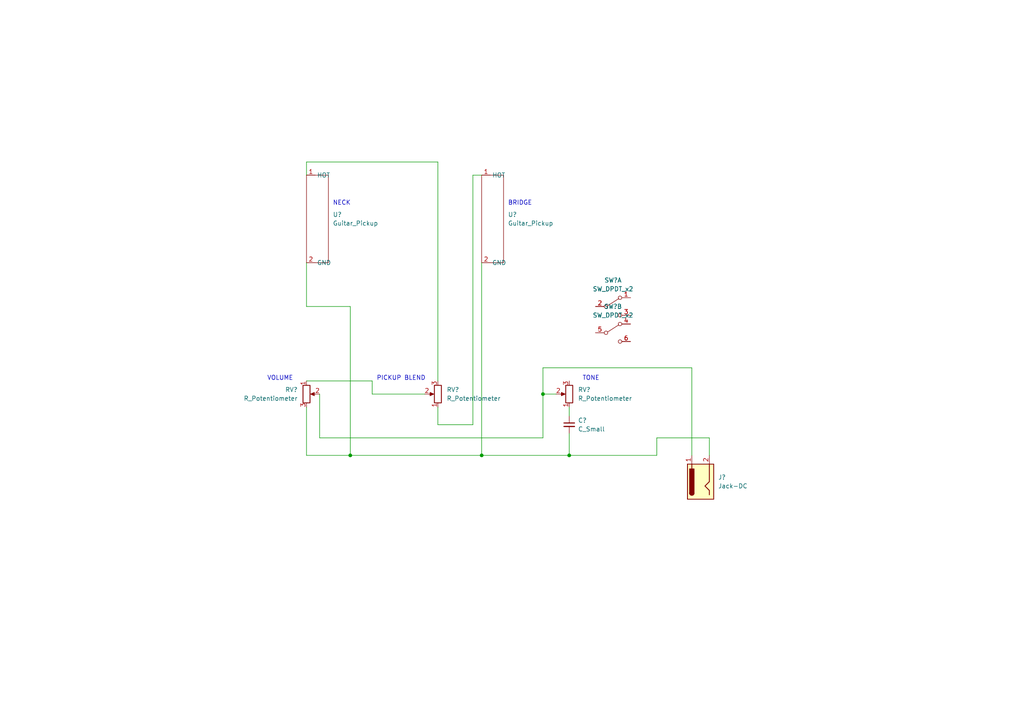
<source format=kicad_sch>
(kicad_sch (version 20211123) (generator eeschema)
  (paper "A4")
  (lib_symbols
    (symbol "Connector:Jack-DC" (pin_names (offset 1.016))
      (property "Reference" "J" (at 0 5.334 0))
      (property "Value" "Jack-DC" (at 0 -5.08 0))
      (symbol "Jack-DC_0_1"
        (rectangle (start -5.08 3.81) (end 5.08 -3.81) (stroke (width 0.254)) (fill (type background)))
        (arc (start -3.302 3.175) (mid -3.937 2.54) (end -3.302 1.905) (stroke (width 0.254)))
        (arc (start -3.302 3.175) (mid -3.937 2.54) (end -3.302 1.905) (stroke (width 0.254)) (fill (type outline)))
        (polyline (pts (xy 5.08 2.54) (xy 3.81 2.54)) (stroke (width 0.254)))
        (polyline (pts (xy -3.81 -2.54) (xy -2.54 -2.54) (xy -1.27 -1.27) (xy 0 -2.54) (xy 2.54 -2.54) (xy 5.08 -2.54)) (stroke (width 0.254)))
        (rectangle (start 3.683 3.175) (end -3.302 1.905) (stroke (width 0.254)) (fill (type outline)))
      )
      (symbol "Jack-DC_1_1"
        (pin passive line (at 7.62 2.54 180) (length 2.54) (name "~") (number "1"))
        (pin passive line (at 7.62 -2.54 180) (length 2.54) (name "~") (number "2"))
      )
    )
    (symbol "Device:C_Small" (pin_numbers hide) (pin_names (offset 0.254) hide)
      (property "Reference" "C" (at 0.254 1.778 0))
      (property "Value" "C_Small" (at 0.254 -2.032 0))
      (symbol "C_Small_0_1"
        (polyline (pts (xy -1.524 -0.508) (xy 1.524 -0.508)) (stroke (width 0.3302)))
        (polyline (pts (xy -1.524 0.508) (xy 1.524 0.508)) (stroke (width 0.3048)))
      )
      (symbol "C_Small_1_1"
        (pin passive line (at 0 2.54 270) (length 2.032) (name "~") (number "1"))
        (pin passive line (at 0 -2.54 90) (length 2.032) (name "~") (number "2"))
      )
    )
    (symbol "Device:R_Potentiometer" (pin_names (offset 1.016) hide)
      (property "Reference" "RV" (at -4.445 0 90))
      (property "Value" "R_Potentiometer" (at -2.54 0 90))
      (symbol "R_Potentiometer_0_1"
        (polyline (pts (xy 2.54 0) (xy 1.524 0)))
        (polyline (pts (xy 1.143 0) (xy 2.286 0.508) (xy 2.286 -0.508) (xy 1.143 0)) (fill (type outline)))
        (rectangle (start 1.016 2.54) (end -1.016 -2.54) (stroke (width 0.254)))
      )
      (symbol "R_Potentiometer_1_1"
        (pin passive line (at 0 3.81 270) (length 1.27) (name "1") (number "1"))
        (pin passive line (at 3.81 0 180) (length 1.27) (name "2") (number "2"))
        (pin passive line (at 0 -3.81 90) (length 1.27) (name "3") (number "3"))
      )
    )
    (symbol "Orion_Symbols:Guitar_Pickup"
      (property "Reference" "U" (at 0 0 0))
      (property "Value" "Guitar_Pickup" (at 0 0 0))
      (symbol "Guitar_Pickup_0_1"
        (rectangle (start 0 12.7) (end 6.35 -12.7))
      )
      (symbol "Guitar_Pickup_1_1"
        (pin passive line (at 0 12.7 0) (length 2.54) (name "HOT") (number "1"))
        (pin passive line (at 0 -12.7 0) (length 2.54) (name "GND") (number "2"))
      )
    )
    (symbol "Switch:SW_DPDT_x2" (pin_names (offset 0) hide)
      (property "Reference" "SW" (at 0 4.318 0))
      (property "Value" "SW_DPDT_x2" (at 0 -5.08 0))
      (symbol "SW_DPDT_x2_0_0"
        (circle (center -2.032 0) (radius 0.508))
        (circle (center 2.032 -2.54) (radius 0.508))
      )
      (symbol "SW_DPDT_x2_0_1"
        (polyline (pts (xy -1.524 0.254) (xy 1.651 2.286)))
        (circle (center 2.032 2.54) (radius 0.508))
      )
      (symbol "SW_DPDT_x2_1_1"
        (pin passive line (at 5.08 2.54 180) (length 2.54) (name "A") (number "1"))
        (pin passive line (at -5.08 0 0) (length 2.54) (name "B") (number "2"))
        (pin passive line (at 5.08 -2.54 180) (length 2.54) (name "C") (number "3"))
      )
      (symbol "SW_DPDT_x2_2_1"
        (pin passive line (at 5.08 2.54 180) (length 2.54) (name "A") (number "4"))
        (pin passive line (at -5.08 0 0) (length 2.54) (name "B") (number "5"))
        (pin passive line (at 5.08 -2.54 180) (length 2.54) (name "C") (number "6"))
      )
    )
  )
  (junction (at 165.1 132.08))
  (junction (at 139.7 132.08))
  (junction (at 157.48 114.3))
  (junction (at 101.6 132.08))
  (wire (pts (xy 205.74 127) (xy 205.74 132.08)))
  (wire (pts (xy 92.71 114.3) (xy 92.71 127)))
  (wire (pts (xy 137.16 50.8) (xy 137.16 123.19)))
  (wire (pts (xy 200.66 106.68) (xy 200.66 132.08)))
  (wire (pts (xy 157.48 106.68) (xy 200.66 106.68)))
  (wire (pts (xy 157.48 127) (xy 157.48 114.3)))
  (wire (pts (xy 101.6 88.9) (xy 88.9 88.9)))
  (wire (pts (xy 88.9 50.8) (xy 88.9 46.99)))
  (wire (pts (xy 190.5 132.08) (xy 190.5 127)))
  (wire (pts (xy 127 118.11) (xy 127 123.19)))
  (wire (pts (xy 92.71 127) (xy 157.48 127)))
  (wire (pts (xy 139.7 50.8) (xy 137.16 50.8)))
  (wire (pts (xy 165.1 118.11) (xy 165.1 120.65)))
  (wire (pts (xy 190.5 127) (xy 205.74 127)))
  (wire (pts (xy 88.9 76.2) (xy 88.9 88.9)))
  (wire (pts (xy 165.1 125.73) (xy 165.1 132.08)))
  (wire (pts (xy 107.95 114.3) (xy 107.95 110.49)))
  (wire (pts (xy 88.9 110.49) (xy 107.95 110.49)))
  (wire (pts (xy 139.7 76.2) (xy 139.7 132.08)))
  (wire (pts (xy 139.7 132.08) (xy 101.6 132.08)))
  (wire (pts (xy 123.19 114.3) (xy 107.95 114.3)))
  (wire (pts (xy 127 46.99) (xy 127 110.49)))
  (wire (pts (xy 165.1 132.08) (xy 190.5 132.08)))
  (wire (pts (xy 88.9 46.99) (xy 127 46.99)))
  (wire (pts (xy 157.48 114.3) (xy 157.48 106.68)))
  (wire (pts (xy 139.7 132.08) (xy 165.1 132.08)))
  (wire (pts (xy 157.48 114.3) (xy 161.29 114.3)))
  (wire (pts (xy 101.6 132.08) (xy 101.6 88.9)))
  (wire (pts (xy 88.9 132.08) (xy 101.6 132.08)))
  (wire (pts (xy 88.9 118.11) (xy 88.9 132.08)))
  (wire (pts (xy 137.16 123.19) (xy 127 123.19)))
  (text "TONE" (at 168.91 110.49 0) (effects (font (size 1.27 1.27)) (justify left bottom)))
  (text "BRIDGE\n" (at 147.32 59.69 0) (effects (font (size 1.27 1.27)) (justify left bottom)))
  (text "PICKUP BLEND" (at 109.22 110.49 0) (effects (font (size 1.27 1.27)) (justify left bottom)))
  (text "NECK" (at 96.52 59.69 0) (effects (font (size 1.27 1.27)) (justify left bottom)))
  (text "VOLUME\n" (at 77.47 110.49 0) (effects (font (size 1.27 1.27)) (justify left bottom)))
  (symbol (lib_id "Switch:SW_DPDT_x2") (at 177.8 88.9 0) (unit 1)
    (property "Reference" "SW?" (at 177.8 81.28 0))
    (property "Value" "SW_DPDT_x2" (at 177.8 83.82 0))
  )
  (symbol (lib_id "Connector:Jack-DC") (at 203.2 139.7 90) (unit 1)
    (property "Reference" "J?" (at 208.28 138.4299 90) (effects (justify right)))
    (property "Value" "Jack-DC" (at 208.28 140.9699 90) (effects (justify right)))
  )
  (symbol (lib_id "Orion_Symbols:Guitar_Pickup") (at 139.7 63.5 0) (unit 1)
    (property "Reference" "U?" (at 147.32 62.2299 0) (effects (justify left)))
    (property "Value" "Guitar_Pickup" (at 147.32 64.7699 0) (effects (justify left)))
  )
  (symbol (lib_id "Device:R_Potentiometer") (at 165.1 114.3 180) (unit 1)
    (property "Reference" "RV?" (at 167.64 113.0299 0) (effects (justify right)))
    (property "Value" "R_Potentiometer" (at 167.64 115.5699 0) (effects (justify right)))
  )
  (symbol (lib_id "Orion_Symbols:Guitar_Pickup") (at 88.9 63.5 0) (unit 1)
    (property "Reference" "U?" (at 96.52 62.2299 0) (effects (justify left)))
    (property "Value" "Guitar_Pickup" (at 96.52 64.7699 0) (effects (justify left)))
  )
  (symbol (lib_id "Device:R_Potentiometer") (at 127 114.3 180) (unit 1)
    (property "Reference" "RV?" (at 129.54 113.0299 0) (effects (justify right)))
    (property "Value" "R_Potentiometer" (at 129.54 115.5699 0) (effects (justify right)))
  )
  (symbol (lib_id "Switch:SW_DPDT_x2") (at 177.8 96.52 0) (unit 2)
    (property "Reference" "SW?" (at 177.8 88.9 0))
    (property "Value" "SW_DPDT_x2" (at 177.8 91.44 0))
  )
  (symbol (lib_id "Device:R_Potentiometer") (at 88.9 114.3 0) (unit 1)
    (property "Reference" "RV?" (at 86.36 113.0299 0) (effects (justify right)))
    (property "Value" "R_Potentiometer" (at 86.36 115.5699 0) (effects (justify right)))
  )
  (symbol (lib_id "Device:C_Small") (at 165.1 123.19 0) (unit 1)
    (property "Reference" "C?" (at 167.64 121.9262 0) (effects (justify left)))
    (property "Value" "C_Small" (at 167.64 124.4662 0) (effects (justify left)))
  )
)
</source>
